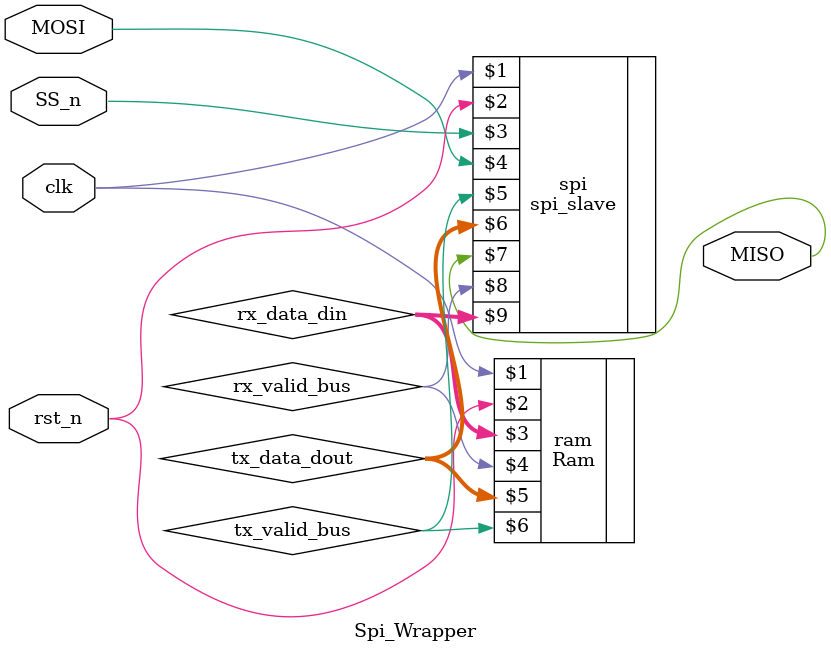
<source format=v>
module Spi_Wrapper(clk,rst_n,MISO,MOSI,SS_n);
 input clk,rst_n,SS_n,MOSI;
 output MISO;
 wire [9:0] rx_data_din;
 wire rx_valid_bus,tx_valid_bus;
 wire [7:0] tx_data_dout;

 spi_slave spi (clk,rst_n,SS_n,MOSI,tx_valid_bus,tx_data_dout,MISO,rx_valid_bus,rx_data_din);
 Ram ram (clk,rst_n,rx_data_din,rx_valid_bus,tx_data_dout,tx_valid_bus);

endmodule
</source>
